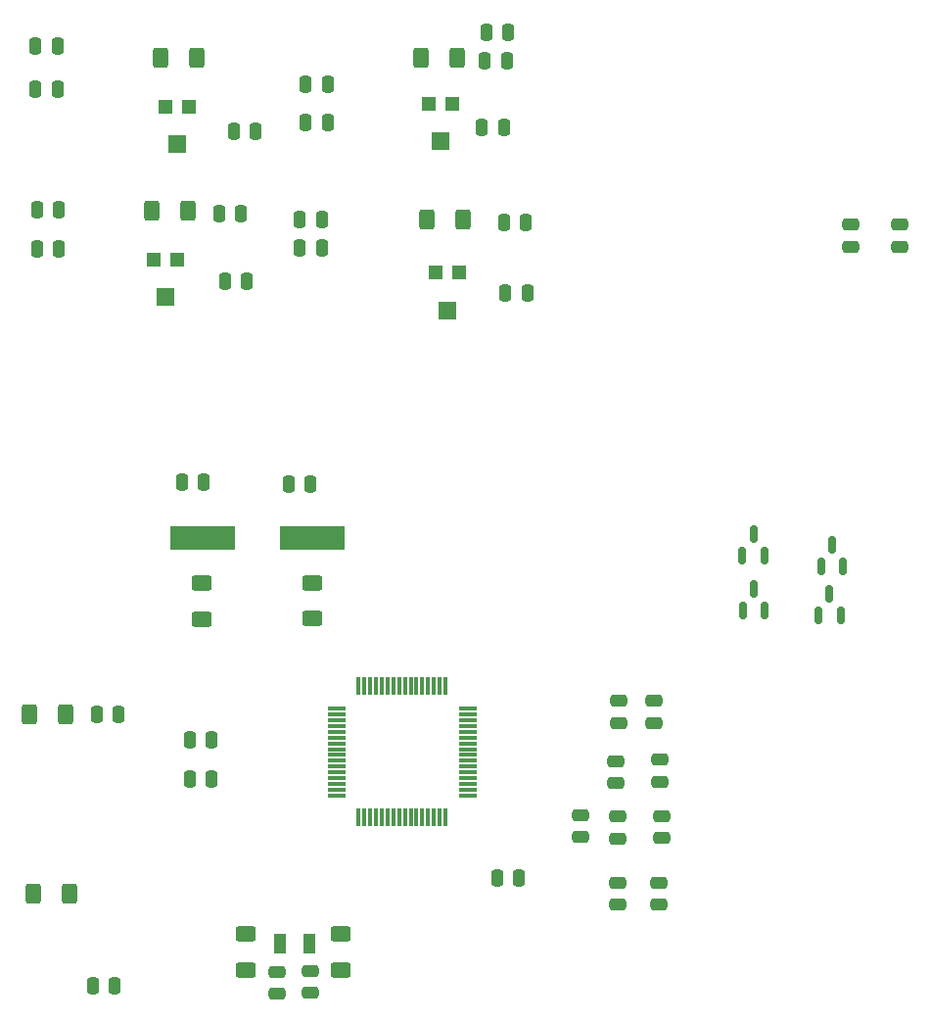
<source format=gbr>
%TF.GenerationSoftware,KiCad,Pcbnew,(7.0.0)*%
%TF.CreationDate,2023-04-07T04:20:21-05:00*%
%TF.ProjectId,finalproj,66696e61-6c70-4726-9f6a-2e6b69636164,rev?*%
%TF.SameCoordinates,Original*%
%TF.FileFunction,Paste,Top*%
%TF.FilePolarity,Positive*%
%FSLAX46Y46*%
G04 Gerber Fmt 4.6, Leading zero omitted, Abs format (unit mm)*
G04 Created by KiCad (PCBNEW (7.0.0)) date 2023-04-07 04:20:21*
%MOMM*%
%LPD*%
G01*
G04 APERTURE LIST*
G04 Aperture macros list*
%AMRoundRect*
0 Rectangle with rounded corners*
0 $1 Rounding radius*
0 $2 $3 $4 $5 $6 $7 $8 $9 X,Y pos of 4 corners*
0 Add a 4 corners polygon primitive as box body*
4,1,4,$2,$3,$4,$5,$6,$7,$8,$9,$2,$3,0*
0 Add four circle primitives for the rounded corners*
1,1,$1+$1,$2,$3*
1,1,$1+$1,$4,$5*
1,1,$1+$1,$6,$7*
1,1,$1+$1,$8,$9*
0 Add four rect primitives between the rounded corners*
20,1,$1+$1,$2,$3,$4,$5,0*
20,1,$1+$1,$4,$5,$6,$7,0*
20,1,$1+$1,$6,$7,$8,$9,0*
20,1,$1+$1,$8,$9,$2,$3,0*%
G04 Aperture macros list end*
%ADD10RoundRect,0.250000X-0.250000X-0.475000X0.250000X-0.475000X0.250000X0.475000X-0.250000X0.475000X0*%
%ADD11RoundRect,0.150000X0.150000X-0.587500X0.150000X0.587500X-0.150000X0.587500X-0.150000X-0.587500X0*%
%ADD12RoundRect,0.250000X0.250000X0.475000X-0.250000X0.475000X-0.250000X-0.475000X0.250000X-0.475000X0*%
%ADD13RoundRect,0.250000X-0.475000X0.250000X-0.475000X-0.250000X0.475000X-0.250000X0.475000X0.250000X0*%
%ADD14R,1.200000X1.200000*%
%ADD15R,1.600000X1.500000*%
%ADD16RoundRect,0.250000X0.475000X-0.250000X0.475000X0.250000X-0.475000X0.250000X-0.475000X-0.250000X0*%
%ADD17R,1.000000X1.800000*%
%ADD18RoundRect,0.250000X0.625000X-0.400000X0.625000X0.400000X-0.625000X0.400000X-0.625000X-0.400000X0*%
%ADD19RoundRect,0.250000X0.400000X0.625000X-0.400000X0.625000X-0.400000X-0.625000X0.400000X-0.625000X0*%
%ADD20RoundRect,0.075000X-0.075000X-0.700000X0.075000X-0.700000X0.075000X0.700000X-0.075000X0.700000X0*%
%ADD21RoundRect,0.075000X-0.700000X-0.075000X0.700000X-0.075000X0.700000X0.075000X-0.700000X0.075000X0*%
%ADD22RoundRect,0.250000X-0.625000X0.400000X-0.625000X-0.400000X0.625000X-0.400000X0.625000X0.400000X0*%
%ADD23RoundRect,0.250000X-0.400000X-0.625000X0.400000X-0.625000X0.400000X0.625000X-0.400000X0.625000X0*%
%ADD24R,5.600000X2.100000*%
G04 APERTURE END LIST*
D10*
%TO.C,C25*%
X61250000Y-12600000D03*
X63150000Y-12600000D03*
%TD*%
D11*
%TO.C,D2*%
X91150000Y-56925000D03*
X92100000Y-58800000D03*
X90200000Y-58800000D03*
%TD*%
D10*
%TO.C,C41*%
X36814800Y-51460400D03*
X34914800Y-51460400D03*
%TD*%
D12*
%TO.C,C32*%
X24318000Y-27969000D03*
X22418000Y-27969000D03*
%TD*%
D13*
%TO.C,C18*%
X72593200Y-87970400D03*
X72593200Y-86070400D03*
%TD*%
D12*
%TO.C,C6*%
X47559000Y-17145000D03*
X45659000Y-17145000D03*
%TD*%
D14*
%TO.C,RV1*%
X34527999Y-32235999D03*
D15*
X33527999Y-35485999D03*
D14*
X32527999Y-32235999D03*
%TD*%
D16*
%TO.C,C23*%
X75742800Y-70373200D03*
X75742800Y-72273200D03*
%TD*%
D11*
%TO.C,D1*%
X90950000Y-61125000D03*
X91900000Y-63000000D03*
X90000000Y-63000000D03*
%TD*%
D17*
%TO.C,Y2*%
X43453999Y-91389199D03*
X45953999Y-91389199D03*
%TD*%
D18*
%TO.C,R10*%
X40487600Y-90550400D03*
X40487600Y-93650400D03*
%TD*%
D12*
%TO.C,C33*%
X24191000Y-13843000D03*
X22291000Y-13843000D03*
%TD*%
D16*
%TO.C,C22*%
X72732800Y-70373200D03*
X72732800Y-72273200D03*
%TD*%
D13*
%TO.C,C19*%
X76193200Y-87970400D03*
X76193200Y-86070400D03*
%TD*%
D16*
%TO.C,C1*%
X97000000Y-29225200D03*
X97000000Y-31125200D03*
%TD*%
D11*
%TO.C,D3*%
X84358400Y-55950600D03*
X85308400Y-57825600D03*
X83408400Y-57825600D03*
%TD*%
D16*
%TO.C,C20*%
X69400000Y-80250000D03*
X69400000Y-82150000D03*
%TD*%
D10*
%TO.C,C35*%
X62804000Y-29083000D03*
X64704000Y-29083000D03*
%TD*%
D12*
%TO.C,C21*%
X62194400Y-85699600D03*
X64094400Y-85699600D03*
%TD*%
%TO.C,C29*%
X47051000Y-31242000D03*
X45151000Y-31242000D03*
%TD*%
D10*
%TO.C,C38*%
X29144000Y-94996000D03*
X27244000Y-94996000D03*
%TD*%
D12*
%TO.C,C28*%
X41336000Y-21209000D03*
X39436000Y-21209000D03*
%TD*%
%TO.C,C39*%
X27584400Y-71577200D03*
X29484400Y-71577200D03*
%TD*%
D19*
%TO.C,R4*%
X22096800Y-87071200D03*
X25196800Y-87071200D03*
%TD*%
D10*
%TO.C,C4*%
X61153000Y-15113000D03*
X63053000Y-15113000D03*
%TD*%
D12*
%TO.C,C31*%
X24318000Y-31369000D03*
X22418000Y-31369000D03*
%TD*%
D10*
%TO.C,C27*%
X38674000Y-34163000D03*
X40574000Y-34163000D03*
%TD*%
D16*
%TO.C,C42*%
X43129200Y-93792000D03*
X43129200Y-95692000D03*
%TD*%
D19*
%TO.C,R1*%
X35459000Y-28067000D03*
X32359000Y-28067000D03*
%TD*%
D12*
%TO.C,C34*%
X24191000Y-17526000D03*
X22291000Y-17526000D03*
%TD*%
D14*
%TO.C,RV3*%
X35543999Y-19027999D03*
D15*
X34543999Y-22277999D03*
D14*
X33543999Y-19027999D03*
%TD*%
D20*
%TO.C,U7*%
X50225000Y-69128000D03*
X50725000Y-69128000D03*
X51225000Y-69128000D03*
X51725000Y-69128000D03*
X52225000Y-69128000D03*
X52725000Y-69128000D03*
X53225000Y-69128000D03*
X53725000Y-69128000D03*
X54225000Y-69128000D03*
X54725000Y-69128000D03*
X55225000Y-69128000D03*
X55725000Y-69128000D03*
X56225000Y-69128000D03*
X56725000Y-69128000D03*
X57225000Y-69128000D03*
X57725000Y-69128000D03*
D21*
X59650000Y-71053000D03*
X59650000Y-71553000D03*
X59650000Y-72053000D03*
X59650000Y-72553000D03*
X59650000Y-73053000D03*
X59650000Y-73553000D03*
X59650000Y-74053000D03*
X59650000Y-74553000D03*
X59650000Y-75053000D03*
X59650000Y-75553000D03*
X59650000Y-76053000D03*
X59650000Y-76553000D03*
X59650000Y-77053000D03*
X59650000Y-77553000D03*
X59650000Y-78053000D03*
X59650000Y-78553000D03*
D20*
X57725000Y-80478000D03*
X57225000Y-80478000D03*
X56725000Y-80478000D03*
X56225000Y-80478000D03*
X55725000Y-80478000D03*
X55225000Y-80478000D03*
X54725000Y-80478000D03*
X54225000Y-80478000D03*
X53725000Y-80478000D03*
X53225000Y-80478000D03*
X52725000Y-80478000D03*
X52225000Y-80478000D03*
X51725000Y-80478000D03*
X51225000Y-80478000D03*
X50725000Y-80478000D03*
X50225000Y-80478000D03*
D21*
X48300000Y-78553000D03*
X48300000Y-78053000D03*
X48300000Y-77553000D03*
X48300000Y-77053000D03*
X48300000Y-76553000D03*
X48300000Y-76053000D03*
X48300000Y-75553000D03*
X48300000Y-75053000D03*
X48300000Y-74553000D03*
X48300000Y-74053000D03*
X48300000Y-73553000D03*
X48300000Y-73053000D03*
X48300000Y-72553000D03*
X48300000Y-72053000D03*
X48300000Y-71553000D03*
X48300000Y-71053000D03*
%TD*%
D11*
%TO.C,D4*%
X84394000Y-60702700D03*
X85344000Y-62577700D03*
X83444000Y-62577700D03*
%TD*%
D12*
%TO.C,C5*%
X47559000Y-20447000D03*
X45659000Y-20447000D03*
%TD*%
D14*
%TO.C,RV2*%
X58911999Y-33378999D03*
D15*
X57911999Y-36628999D03*
D14*
X56911999Y-33378999D03*
%TD*%
D16*
%TO.C,C2*%
X92800000Y-29250000D03*
X92800000Y-31150000D03*
%TD*%
D22*
%TO.C,R9*%
X48666400Y-93650400D03*
X48666400Y-90550400D03*
%TD*%
D10*
%TO.C,C36*%
X37490400Y-77110800D03*
X35590400Y-77110800D03*
%TD*%
D16*
%TO.C,C43*%
X46075600Y-93690400D03*
X46075600Y-95590400D03*
%TD*%
%TO.C,C17*%
X76403200Y-80314800D03*
X76403200Y-82214800D03*
%TD*%
D14*
%TO.C,RV4*%
X58276999Y-18773999D03*
D15*
X57276999Y-22023999D03*
D14*
X56276999Y-18773999D03*
%TD*%
D10*
%TO.C,C24*%
X38166000Y-28321000D03*
X40066000Y-28321000D03*
%TD*%
D12*
%TO.C,C30*%
X47051000Y-28829000D03*
X45151000Y-28829000D03*
%TD*%
D19*
%TO.C,R5*%
X36221000Y-14859000D03*
X33121000Y-14859000D03*
%TD*%
D16*
%TO.C,C16*%
X72644000Y-80365600D03*
X72644000Y-82265600D03*
%TD*%
D22*
%TO.C,R6*%
X46177200Y-63272000D03*
X46177200Y-60172000D03*
%TD*%
D10*
%TO.C,C3*%
X60899000Y-20828000D03*
X62799000Y-20828000D03*
%TD*%
%TO.C,C37*%
X37490400Y-73710800D03*
X35590400Y-73710800D03*
%TD*%
D19*
%TO.C,R3*%
X59208000Y-28829000D03*
X56108000Y-28829000D03*
%TD*%
D10*
%TO.C,C26*%
X62931000Y-35179000D03*
X64831000Y-35179000D03*
%TD*%
D13*
%TO.C,C14*%
X72491600Y-77470000D03*
X72491600Y-75570000D03*
%TD*%
D18*
%TO.C,R8*%
X36626800Y-60222800D03*
X36626800Y-63322800D03*
%TD*%
D23*
%TO.C,R2*%
X24867200Y-71526400D03*
X21767200Y-71526400D03*
%TD*%
D10*
%TO.C,C40*%
X46060400Y-51612800D03*
X44160400Y-51612800D03*
%TD*%
D13*
%TO.C,C15*%
X76301600Y-77368400D03*
X76301600Y-75468400D03*
%TD*%
D24*
%TO.C,Y1*%
X46202799Y-56286399D03*
X36702799Y-56286399D03*
%TD*%
D19*
%TO.C,R7*%
X58700000Y-14859000D03*
X55600000Y-14859000D03*
%TD*%
M02*

</source>
